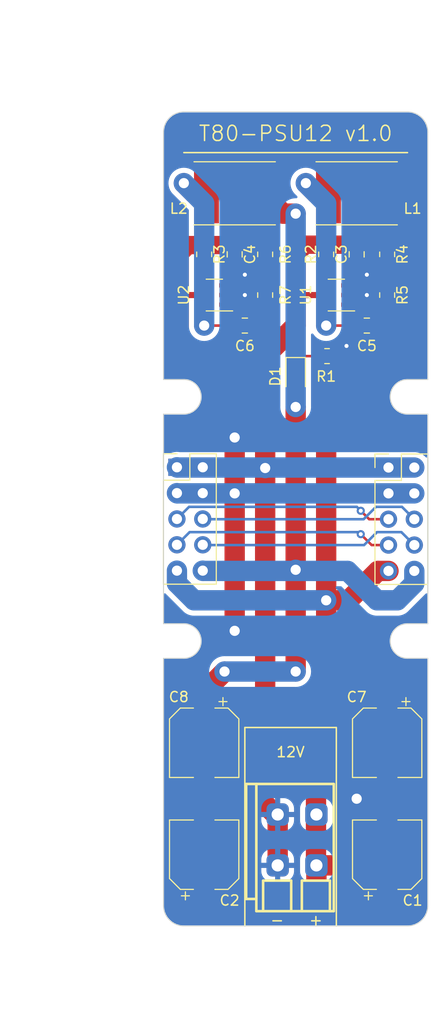
<source format=kicad_pcb>
(kicad_pcb (version 20220914) (generator pcbnew)
  (layers (0 "F.Cu" signal) (31 "B.Cu" signal) (34 "B.Paste" user) (35 "F.Paste" user) (36 "B.SilkS" user "B.Silkscreen") (37 "F.SilkS" user "F.Silkscreen") (38 "B.Mask" user) (39 "F.Mask" user) (44 "Edge.Cuts" user))
  (net 0 "")
  (net 1 "/SCL")
  (net 2 "/SDA")
  (net 3 "/RST")
  (net 4 "/IRQ")
  (net 5 "/PWR_LINE_12V")
  (net 6 "/PWR_LINE_GND")
  (net 7 "/PWR_LINE_5V")
  (net 8 "/PWR_LINE_3V3")
  (net 9 "+12V")
  (net 10 "+5V")
  (net 11 "+3V3")
  (net 12 "GND")
  (net 13 "Net-(U1-BST)")
  (net 14 "Net-(U1-LX)")
  (net 15 "Net-(U2-BST)")
  (net 16 "Net-(U2-LX)")
  (net 17 "Net-(D1-K)")
  (net 18 "Net-(U1-SHDN)")
  (net 19 "Net-(U2-SHDN)")
  (net 20 "Net-(U1-FB)")
  (net 21 "Net-(U2-FB)")
  (footprint "Capacitor_SMD:C_0805_2012Metric" (layer "F.Cu") (at 92 74 90)
    (fp_text reference "C4" (at 0 1.5 90) (layer "F.SilkS"))
    (fp_text value "100n")
    (fp_line (start -0.261252 -0.735) (end 0.261252 -0.735) (stroke (width 0.12)) (layer "F.SilkS"))
    (fp_line (start -0.261252 0.735) (end 0.261252 0.735) (stroke (width 0.12)) (layer "F.SilkS"))
    (pad "1" smd roundrect (at -0.95 0 90) (size 1 1.45) (layers "F.Cu" "F.Paste" "F.Mask") (net 12 "GND"))
    (pad "2" smd roundrect (at 0.95 0 90) (size 1 1.45) (layers "F.Cu" "F.Paste" "F.Mask") (net 9 "+12V"))
  )
  (footprint "Drake:CKCS6028" (layer "F.Cu") (at 104 68)
    (fp_text reference "L1" (at 5.5 1.5) (layer "F.SilkS"))
    (fp_text value "6.8uH")
    (fp_line (start -4 -3.1) (end 4 -3.1) (stroke (width 0.12)) (layer "F.SilkS"))
    (fp_line (start -4 3.1) (end 4 3.1) (stroke (width 0.12)) (layer "F.SilkS"))
    (pad "1" smd rect (at -2.775 0) (size 2.45 5.9) (layers "F.Cu" "F.Paste" "F.Mask") (net 14 "Net-(U1-LX)"))
    (pad "2" smd rect (at 2.775 0) (size 2.45 5.9) (layers "F.Cu" "F.Paste" "F.Mask") (net 10 "+5V"))
  )
  (footprint "Connector_PinHeader_2.54mm:PinHeader_2x05_P2.54mm_Vertical" (layer "F.Cu") (at 107.13 94.95)
    (fp_text reference "X2" hide)
    (fp_text value "~")
    (fp_line (start -1.33 -1.33) (end 0 -1.33) (stroke (width 0.12)) (layer "F.SilkS"))
    (fp_line (start -1.33 0) (end -1.33 -1.33) (stroke (width 0.12)) (layer "F.SilkS"))
    (fp_line (start -1.33 1.27) (end -1.33 11.49) (stroke (width 0.12)) (layer "F.SilkS"))
    (fp_line (start -1.33 1.27) (end 1.27 1.27) (stroke (width 0.12)) (layer "F.SilkS"))
    (fp_line (start -1.33 11.49) (end 3.87 11.49) (stroke (width 0.12)) (layer "F.SilkS"))
    (fp_line (start 1.27 -1.33) (end 3.87 -1.33) (stroke (width 0.12)) (layer "F.SilkS"))
    (fp_line (start 1.27 1.27) (end 1.27 -1.33) (stroke (width 0.12)) (layer "F.SilkS"))
    (fp_line (start 3.87 -1.33) (end 3.87 11.49) (stroke (width 0.12)) (layer "F.SilkS"))
    (pad "1" thru_hole rect locked (at 0 0) (size 1.7 1.7) (drill 1) (layers *.Cu *.Mask) (net 5 "/PWR_LINE_12V"))
    (pad "2" thru_hole oval locked (at 2.54 0) (size 1.7 1.7) (drill 1) (layers *.Cu *.Mask) (net 5 "/PWR_LINE_12V"))
    (pad "3" thru_hole oval locked (at 0 2.54) (size 1.7 1.7) (drill 1) (layers *.Cu *.Mask) (net 6 "/PWR_LINE_GND"))
    (pad "4" thru_hole oval locked (at 2.54 2.54) (size 1.7 1.7) (drill 1) (layers *.Cu *.Mask) (net 6 "/PWR_LINE_GND"))
    (pad "5" thru_hole oval locked (at 0 5.08) (size 1.7 1.7) (drill 1) (layers *.Cu *.Mask) (net 1 "/SCL"))
    (pad "6" thru_hole oval locked (at 2.54 5.08) (size 1.7 1.7) (drill 1) (layers *.Cu *.Mask) (net 2 "/SDA"))
    (pad "7" thru_hole oval locked (at 0 7.62) (size 1.7 1.7) (drill 1) (layers *.Cu *.Mask) (net 3 "/RST"))
    (pad "8" thru_hole oval locked (at 2.54 7.62) (size 1.7 1.7) (drill 1) (layers *.Cu *.Mask) (net 4 "/IRQ"))
    (pad "9" thru_hole oval locked (at 0 10.16) (size 1.7 1.7) (drill 1) (layers *.Cu *.Mask) (net 7 "/PWR_LINE_5V"))
    (pad "10" thru_hole oval locked (at 2.54 10.16) (size 1.7 1.7) (drill 1) (layers *.Cu *.Mask) (net 8 "/PWR_LINE_3V3"))
  )
  (footprint "Resistor_SMD:R_0805_2012Metric" (layer "F.Cu") (at 107 74 90)
    (fp_text reference "R4" (at 0 1.5 90) (layer "F.SilkS"))
    (fp_text value "30.9k 1%")
    (fp_line (start -0.227064 -0.735) (end 0.227064 -0.735) (stroke (width 0.12)) (layer "F.SilkS"))
    (fp_line (start -0.227064 0.735) (end 0.227064 0.735) (stroke (width 0.12)) (layer "F.SilkS"))
    (pad "1" smd roundrect (at -0.9125 0 90) (size 1.025 1.4) (layers "F.Cu" "F.Paste" "F.Mask") (roundrect_rratio 0.243902) (net 20 "Net-(U1-FB)"))
    (pad "2" smd roundrect (at 0.9125 0 90) (size 1.025 1.4) (layers "F.Cu" "F.Paste" "F.Mask") (roundrect_rratio 0.243902) (net 10 "+5V"))
  )
  (footprint "Connector_PinHeader_2.54mm:PinHeader_2x05_P2.54mm_Vertical" (layer "F.Cu") (at 86.32 94.925)
    (fp_text reference "X1" hide)
    (fp_text value "~")
    (fp_line (start -1.33 -1.33) (end 0 -1.33) (stroke (width 0.12)) (layer "F.SilkS"))
    (fp_line (start -1.33 0) (end -1.33 -1.33) (stroke (width 0.12)) (layer "F.SilkS"))
    (fp_line (start -1.33 1.27) (end -1.33 11.49) (stroke (width 0.12)) (layer "F.SilkS"))
    (fp_line (start -1.33 1.27) (end 1.27 1.27) (stroke (width 0.12)) (layer "F.SilkS"))
    (fp_line (start -1.33 11.49) (end 3.87 11.49) (stroke (width 0.12)) (layer "F.SilkS"))
    (fp_line (start 1.27 -1.33) (end 3.87 -1.33) (stroke (width 0.12)) (layer "F.SilkS"))
    (fp_line (start 1.27 1.27) (end 1.27 -1.33) (stroke (width 0.12)) (layer "F.SilkS"))
    (fp_line (start 3.87 -1.33) (end 3.87 11.49) (stroke (width 0.12)) (layer "F.SilkS"))
    (pad "1" thru_hole rect locked (at 0 0) (size 1.7 1.7) (drill 1) (layers *.Cu *.Mask) (net 5 "/PWR_LINE_12V"))
    (pad "2" thru_hole oval locked (at 2.54 0) (size 1.7 1.7) (drill 1) (layers *.Cu *.Mask) (net 5 "/PWR_LINE_12V"))
    (pad "3" thru_hole oval locked (at 0 2.54) (size 1.7 1.7) (drill 1) (layers *.Cu *.Mask) (net 6 "/PWR_LINE_GND"))
    (pad "4" thru_hole oval locked (at 2.54 2.54) (size 1.7 1.7) (drill 1) (layers *.Cu *.Mask) (net 6 "/PWR_LINE_GND"))
    (pad "5" thru_hole oval locked (at 0 5.08) (size 1.7 1.7) (drill 1) (layers *.Cu *.Mask) (net 1 "/SCL"))
    (pad "6" thru_hole oval locked (at 2.54 5.08) (size 1.7 1.7) (drill 1) (layers *.Cu *.Mask) (net 2 "/SDA"))
    (pad "7" thru_hole oval locked (at 0 7.62) (size 1.7 1.7) (drill 1) (layers *.Cu *.Mask) (net 3 "/RST"))
    (pad "8" thru_hole oval locked (at 2.54 7.62) (size 1.7 1.7) (drill 1) (layers *.Cu *.Mask) (net 4 "/IRQ"))
    (pad "9" thru_hole oval locked (at 0 10.16) (size 1.7 1.7) (drill 1) (layers *.Cu *.Mask) (net 7 "/PWR_LINE_5V"))
    (pad "10" thru_hole oval locked (at 2.54 10.16) (size 1.7 1.7) (drill 1) (layers *.Cu *.Mask) (net 8 "/PWR_LINE_3V3"))
  )
  (footprint "Capacitor_SMD:C_0805_2012Metric" (layer "F.Cu") (at 93 81 180)
    (fp_text reference "C6" (at 0 -2) (layer "F.SilkS"))
    (fp_text value "100n")
    (fp_line (start -0.261252 -0.735) (end 0.261252 -0.735) (stroke (width 0.12)) (layer "F.SilkS"))
    (fp_line (start -0.261252 0.735) (end 0.261252 0.735) (stroke (width 0.12)) (layer "F.SilkS"))
    (pad "1" smd roundrect (at -0.95 0 180) (size 1 1.45) (layers "F.Cu" "F.Paste" "F.Mask") (net 15 "Net-(U2-BST)"))
    (pad "2" smd roundrect (at 0.95 0 180) (size 1 1.45) (layers "F.Cu" "F.Paste" "F.Mask") (net 16 "Net-(U2-LX)"))
  )
  (footprint "Resistor_SMD:R_0805_2012Metric" (layer "F.Cu") (at 89 74 90)
    (fp_text reference "R3" (at 0 1.5 90) (layer "F.SilkS"))
    (fp_text value "100k")
    (fp_line (start -0.227064 -0.735) (end 0.227064 -0.735) (stroke (width 0.12)) (layer "F.SilkS"))
    (fp_line (start -0.227064 0.735) (end 0.227064 0.735) (stroke (width 0.12)) (layer "F.SilkS"))
    (pad "1" smd roundrect (at -0.9125 0 90) (size 1.025 1.4) (layers "F.Cu" "F.Paste" "F.Mask") (roundrect_rratio 0.243902) (net 19 "Net-(U2-SHDN)"))
    (pad "2" smd roundrect (at 0.9125 0 90) (size 1.025 1.4) (layers "F.Cu" "F.Paste" "F.Mask") (roundrect_rratio 0.243902) (net 9 "+12V"))
  )
  (footprint "Resistor_SMD:R_0805_2012Metric" (layer "F.Cu") (at 95 78 90)
    (fp_text reference "R7" (at 0 2 90) (layer "F.SilkS"))
    (fp_text value "6.65k 1%")
    (fp_line (start -0.227064 -0.735) (end 0.227064 -0.735) (stroke (width 0.12)) (layer "F.SilkS"))
    (fp_line (start -0.227064 0.735) (end 0.227064 0.735) (stroke (width 0.12)) (layer "F.SilkS"))
    (pad "1" smd roundrect (at -0.9125 0 90) (size 1.025 1.4) (layers "F.Cu" "F.Paste" "F.Mask") (roundrect_rratio 0.243902) (net 12 "GND"))
    (pad "2" smd roundrect (at 0.9125 0 90) (size 1.025 1.4) (layers "F.Cu" "F.Paste" "F.Mask") (roundrect_rratio 0.243902) (net 21 "Net-(U2-FB)"))
  )
  (footprint "Resistor_SMD:R_0805_2012Metric" (layer "F.Cu") (at 101.0875 84)
    (fp_text reference "R1" (at -0.0875 2) (layer "F.SilkS"))
    (fp_text value "1k5")
    (fp_line (start -0.227064 -0.735) (end 0.227064 -0.735) (stroke (width 0.12)) (layer "F.SilkS"))
    (fp_line (start -0.227064 0.735) (end 0.227064 0.735) (stroke (width 0.12)) (layer "F.SilkS"))
    (pad "1" smd roundrect (at -0.9125 0) (size 1.025 1.4) (layers "F.Cu" "F.Paste" "F.Mask") (roundrect_rratio 0.243902) (net 17 "Net-(D1-K)"))
    (pad "2" smd roundrect (at 0.9125 0) (size 1.025 1.4) (layers "F.Cu" "F.Paste" "F.Mask") (roundrect_rratio 0.243902) (net 12 "GND"))
  )
  (footprint "t80:NetTie-2mm-T80" (layer "F.Cu") (at 98 105 90)
    (fp_text reference "NT3" hide)
    (fp_text value "NetTie_2")
    (pad "1" smd circle (at 0 0 90) (size 2 2) (layers "F.Cu") (net 8 "/PWR_LINE_3V3"))
    (pad "2" smd circle (at 0 0 90) (size 2 2) (layers "F.Cu") (net 11 "+3V3"))
  )
  (footprint "Drake:CKCS6028" (layer "F.Cu") (at 92 68)
    (fp_text reference "L2" (at -5.5 1.5) (layer "F.SilkS"))
    (fp_text value "6.8uH")
    (fp_line (start -4 -3.1) (end 4 -3.1) (stroke (width 0.12)) (layer "F.SilkS"))
    (fp_line (start -4 3.1) (end 4 3.1) (stroke (width 0.12)) (layer "F.SilkS"))
    (pad "1" smd rect (at -2.775 0) (size 2.45 5.9) (layers "F.Cu" "F.Paste" "F.Mask") (net 16 "Net-(U2-LX)"))
    (pad "2" smd rect (at 2.775 0) (size 2.45 5.9) (layers "F.Cu" "F.Paste" "F.Mask") (net 11 "+3V3"))
  )
  (footprint "Capacitor_SMD:C_0805_2012Metric" (layer "F.Cu") (at 105 81 180)
    (fp_text reference "C5" (at 0 -2) (layer "F.SilkS"))
    (fp_text value "100n")
    (fp_line (start -0.261252 -0.735) (end 0.261252 -0.735) (stroke (width 0.12)) (layer "F.SilkS"))
    (fp_line (start -0.261252 0.735) (end 0.261252 0.735) (stroke (width 0.12)) (layer "F.SilkS"))
    (pad "1" smd roundrect (at -0.95 0 180) (size 1 1.45) (layers "F.Cu" "F.Paste" "F.Mask") (net 13 "Net-(U1-BST)"))
    (pad "2" smd roundrect (at 0.95 0 180) (size 1 1.45) (layers "F.Cu" "F.Paste" "F.Mask") (net 14 "Net-(U1-LX)"))
  )
  (footprint "t80:NetTie-2mm-T80" (layer "F.Cu") (at 95 95 90)
    (fp_text reference "NT1" hide)
    (fp_text value "NetTie_2")
    (pad "1" smd circle (at 0 0 90) (size 2 2) (layers "F.Cu") (net 5 "/PWR_LINE_12V"))
    (pad "2" smd circle (at 0 0 90) (size 2 2) (layers "F.Cu") (net 9 "+12V"))
  )
  (footprint "Capacitor_SMD:C_0805_2012Metric" (layer "F.Cu") (at 104 74 90)
    (fp_text reference "C3" (at 0 -1.5 90) (layer "F.SilkS"))
    (fp_text value "100n")
    (fp_line (start -0.261252 -0.735) (end 0.261252 -0.735) (stroke (width 0.12)) (layer "F.SilkS"))
    (fp_line (start -0.261252 0.735) (end 0.261252 0.735) (stroke (width 0.12)) (layer "F.SilkS"))
    (pad "1" smd roundrect (at -0.95 0 90) (size 1 1.45) (layers "F.Cu" "F.Paste" "F.Mask") (net 12 "GND"))
    (pad "2" smd roundrect (at 0.95 0 90) (size 1 1.45) (layers "F.Cu" "F.Paste" "F.Mask") (net 9 "+12V"))
  )
  (footprint "t80:NetTie-2mm-T80" (layer "F.Cu") (at 92 97.5 90)
    (fp_text reference "NT4" hide)
    (fp_text value "NetTie_2")
    (pad "1" smd circle (at 0 0 90) (size 2 2) (layers "F.Cu") (net 6 "/PWR_LINE_GND"))
    (pad "2" smd circle (at 0 0 90) (size 2 2) (layers "F.Cu") (net 12 "GND"))
  )
  (footprint "Resistor_SMD:R_0805_2012Metric" (layer "F.Cu") (at 101 74 90)
    (fp_text reference "R2" (at 0 -1.5 90) (layer "F.SilkS"))
    (fp_text value "100k")
    (fp_line (start -0.227064 -0.735) (end 0.227064 -0.735) (stroke (width 0.12)) (layer "F.SilkS"))
    (fp_line (start -0.227064 0.735) (end 0.227064 0.735) (stroke (width 0.12)) (layer "F.SilkS"))
    (pad "1" smd roundrect (at -0.9125 0 90) (size 1.025 1.4) (layers "F.Cu" "F.Paste" "F.Mask") (roundrect_rratio 0.243902) (net 18 "Net-(U1-SHDN)"))
    (pad "2" smd roundrect (at 0.9125 0 90) (size 1.025 1.4) (layers "F.Cu" "F.Paste" "F.Mask") (roundrect_rratio 0.243902) (net 9 "+12V"))
  )
  (footprint "Resistor_SMD:R_0805_2012Metric" (layer "F.Cu") (at 95 74 90)
    (fp_text reference "R6" (at 0 2 90) (layer "F.SilkS"))
    (fp_text value "30k 1%")
    (fp_line (start -0.227064 -0.735) (end 0.227064 -0.735) (stroke (width 0.12)) (layer "F.SilkS"))
    (fp_line (start -0.227064 0.735) (end 0.227064 0.735) (stroke (width 0.12)) (layer "F.SilkS"))
    (pad "1" smd roundrect (at -0.9125 0 90) (size 1.025 1.4) (layers "F.Cu" "F.Paste" "F.Mask") (roundrect_rratio 0.243902) (net 21 "Net-(U2-FB)"))
    (pad "2" smd roundrect (at 0.9125 0 90) (size 1.025 1.4) (layers "F.Cu" "F.Paste" "F.Mask") (roundrect_rratio 0.243902) (net 11 "+3V3"))
  )
  (footprint "Package_TO_SOT_SMD:SOT-23-6" (layer "F.Cu") (at 90 78 180)
    (fp_text reference "U2" (at 3 0 90) (layer "F.SilkS"))
    (fp_text value "FR8205")
    (fp_line (start 0 -1.56) (end -1.8 -1.56) (stroke (width 0.12)) (layer "F.SilkS"))
    (fp_line (start 0 -1.56) (end 0.8 -1.56) (stroke (width 0.12)) (layer "F.SilkS"))
    (fp_line (start 0 1.56) (end -0.8 1.56) (stroke (width 0.12)) (layer "F.SilkS"))
    (fp_line (start 0 1.56) (end 0.8 1.56) (stroke (width 0.12)) (layer "F.SilkS"))
    (pad "1" smd roundrect (at -1.1375 -0.95 180) (size 1.325 0.6) (layers "F.Cu" "F.Paste" "F.Mask") (net 15 "Net-(U2-BST)"))
    (pad "2" smd roundrect (at -1.1375 0 180) (size 1.325 0.6) (layers "F.Cu" "F.Paste" "F.Mask") (net 12 "GND"))
    (pad "3" smd roundrect (at -1.1375 0.95 180) (size 1.325 0.6) (layers "F.Cu" "F.Paste" "F.Mask") (net 21 "Net-(U2-FB)"))
    (pad "4" smd roundrect (at 1.1375 0.95 180) (size 1.325 0.6) (layers "F.Cu" "F.Paste" "F.Mask") (net 19 "Net-(U2-SHDN)"))
    (pad "5" smd roundrect (at 1.1375 0 180) (size 1.325 0.6) (layers "F.Cu" "F.Paste" "F.Mask") (net 9 "+12V"))
    (pad "6" smd roundrect (at 1.1375 -0.95 180) (size 1.325 0.6) (layers "F.Cu" "F.Paste" "F.Mask") (net 16 "Net-(U2-LX)"))
  )
  (footprint "Capacitor_SMD:CP_Elec_6.3x5.4" (layer "F.Cu") (at 89 133 90)
    (fp_text reference "C2" (at -4.5 2.5 180) (layer "F.SilkS"))
    (fp_text value "100u/12V")
    (fp_line (start -4.4375 -1.8475) (end -3.65 -1.8475) (stroke (width 0.12)) (layer "F.SilkS"))
    (fp_line (start -4.04375 -2.24125) (end -4.04375 -1.45375) (stroke (width 0.12)) (layer "F.SilkS"))
    (fp_line (start -3.41 -2.345563) (end -3.41 -1.06) (stroke (width 0.12)) (layer "F.SilkS"))
    (fp_line (start -3.41 -2.345563) (end -2.345563 -3.41) (stroke (width 0.12)) (layer "F.SilkS"))
    (fp_line (start -3.41 2.345563) (end -3.41 1.06) (stroke (width 0.12)) (layer "F.SilkS"))
    (fp_line (start -3.41 2.345563) (end -2.345563 3.41) (stroke (width 0.12)) (layer "F.SilkS"))
    (fp_line (start -2.345563 -3.41) (end 3.41 -3.41) (stroke (width 0.12)) (layer "F.SilkS"))
    (fp_line (start -2.345563 3.41) (end 3.41 3.41) (stroke (width 0.12)) (layer "F.SilkS"))
    (fp_line (start 3.41 -3.41) (end 3.41 -1.06) (stroke (width 0.12)) (layer "F.SilkS"))
    (fp_line (start 3.41 3.41) (end 3.41 1.06) (stroke (width 0.12)) (layer "F.SilkS"))
    (pad "1" smd roundrect (at -2.8 0 90) (size 3.5 1.6) (layers "F.Cu" "F.Paste" "F.Mask") (roundrect_rratio 0.15625) (net 9 "+12V"))
    (pad "2" smd roundrect (at 2.8 0 90) (size 3.5 1.6) (layers "F.Cu" "F.Paste" "F.Mask") (roundrect_rratio 0.15625) (net 12 "GND"))
  )
  (footprint "Drake:DG235-3.81-02P" (layer "F.Cu") (at 96.23 129.049999)
    (fp_text reference "J1" hide)
    (fp_text value "Conn_01x02_Female")
    (fp_line (start -3.1 -3) (end -3.099999 8.301751) (stroke (width 0.254)) (layer "F.SilkS"))
    (fp_line (start -3.1 -3) (end -2.1 -3) (stroke (width 0.254)) (layer "F.SilkS"))
    (fp_line (start -3.099999 8.301751) (end -2.1 8.301751) (stroke (width 0.254)) (layer "F.SilkS"))
    (fp_line (start -2.1 -3) (end -2.1 8.301751) (stroke (width 0.254)) (layer "F.SilkS"))
    (fp_line (start -2.1 -3) (end -2.1 9.5) (stroke (width 0.254)) (layer "F.SilkS"))
    (fp_line (start -2.1 -3) (end 5.52 -3) (stroke (width 0.254)) (layer "F.SilkS"))
    (fp_line (start -2.1 9.5) (end 5.52 9.499999) (stroke (width 0.254)) (layer "F.SilkS"))
    (fp_line (start -1.432999 9.5) (end -1.432999 6.5) (stroke (width 0.254)) (layer "F.SilkS"))
    (fp_line (start 1.329 6.5) (end -1.432999 6.5) (stroke (width 0.254)) (layer "F.SilkS"))
    (fp_line (start 1.329 9.5) (end 1.329 6.5) (stroke (width 0.254)) (layer "F.SilkS"))
    (fp_line (start 2.377 9.5) (end 2.377 6.5) (stroke (width 0.254)) (layer "F.SilkS"))
    (fp_line (start 5.139 6.5) (end 2.377 6.5) (stroke (width 0.254)) (layer "F.SilkS"))
    (fp_line (start 5.139 9.5) (end 5.139 6.5) (stroke (width 0.254)) (layer "F.SilkS"))
    (fp_line (start 5.52 -3) (end 5.52 9.499999) (stroke (width 0.254)) (layer "F.SilkS"))
    (pad "1" thru_hole roundrect locked (at 0 0) (size 2.2 2.2) (drill 1.2) (layers *.Cu *.Mask) (net 12 "GND"))
    (pad "1" thru_hole roundrect locked (at 0 5) (size 2.2 2.2) (drill 1.2) (layers *.Cu *.Mask) (net 12 "GND"))
    (pad "2" thru_hole roundrect locked (at 3.81 0) (size 2.2 2.2) (drill 1.2) (layers *.Cu *.Mask) (net 9 "+12V"))
    (pad "2" thru_hole roundrect locked (at 3.81 5) (size 2.2 2.2) (drill 1.2) (layers *.Cu *.Mask) (net 9 "+12V"))
  )
  (footprint "Resistor_SMD:R_0805_2012Metric" (layer "F.Cu") (at 107 78 90)
    (fp_text reference "R5" (at 0 1.5 90) (layer "F.SilkS"))
    (fp_text value "4.22k 1%")
    (fp_line (start -0.227064 -0.735) (end 0.227064 -0.735) (stroke (width 0.12)) (layer "F.SilkS"))
    (fp_line (start -0.227064 0.735) (end 0.227064 0.735) (stroke (width 0.12)) (layer "F.SilkS"))
    (pad "1" smd roundrect (at -0.9125 0 90) (size 1.025 1.4) (layers "F.Cu" "F.Paste" "F.Mask") (roundrect_rratio 0.243902) (net 12 "GND"))
    (pad "2" smd roundrect (at 0.9125 0 90) (size 1.025 1.4) (layers "F.Cu" "F.Paste" "F.Mask") (roundrect_rratio 0.243902) (net 20 "Net-(U1-FB)"))
  )
  (footprint "Package_TO_SOT_SMD:SOT-23-6" (layer "F.Cu") (at 102 78 180)
    (fp_text reference "U1" (at 3 0 90) (layer "F.SilkS"))
    (fp_text value "FR8205")
    (fp_line (start 0 -1.56) (end -1.8 -1.56) (stroke (width 0.12)) (layer "F.SilkS"))
    (fp_line (start 0 -1.56) (end 0.8 -1.56) (stroke (width 0.12)) (layer "F.SilkS"))
    (fp_line (start 0 1.56) (end -0.8 1.56) (stroke (width 0.12)) (layer "F.SilkS"))
    (fp_line (start 0 1.56) (end 0.8 1.56) (stroke (width 0.12)) (layer "F.SilkS"))
    (pad "1" smd roundrect (at -1.1375 -0.95 180) (size 1.325 0.6) (layers "F.Cu" "F.Paste" "F.Mask") (net 13 "Net-(U1-BST)"))
    (pad "2" smd roundrect (at -1.1375 0 180) (size 1.325 0.6) (layers "F.Cu" "F.Paste" "F.Mask") (net 12 "GND"))
    (pad "3" smd roundrect (at -1.1375 0.95 180) (size 1.325 0.6) (layers "F.Cu" "F.Paste" "F.Mask") (net 20 "Net-(U1-FB)"))
    (pad "4" smd roundrect (at 1.1375 0.95 180) (size 1.325 0.6) (layers "F.Cu" "F.Paste" "F.Mask") (net 18 "Net-(U1-SHDN)"))
    (pad "5" smd roundrect (at 1.1375 0 180) (size 1.325 0.6) (layers "F.Cu" "F.Paste" "F.Mask") (net 9 "+12V"))
    (pad "6" smd roundrect (at 1.1375 -0.95 180) (size 1.325 0.6) (layers "F.Cu" "F.Paste" "F.Mask") (net 14 "Net-(U1-LX)"))
  )
  (footprint "Capacitor_SMD:CP_Elec_6.3x5.4" (layer "F.Cu") (at 107 122 -90)
    (fp_text reference "C7" (at -4.5 3 -180) (layer "F.SilkS"))
    (fp_text value "100u/12V")
    (fp_line (start -4.4375 -1.8475) (end -3.65 -1.8475) (stroke (width 0.12)) (layer "F.SilkS"))
    (fp_line (start -4.04375 -2.24125) (end -4.04375 -1.45375) (stroke (width 0.12)) (layer "F.SilkS"))
    (fp_line (start -3.41 -2.345563) (end -3.41 -1.06) (stroke (width 0.12)) (layer "F.SilkS"))
    (fp_line (start -3.41 -2.345563) (end -2.345563 -3.41) (stroke (width 0.12)) (layer "F.SilkS"))
    (fp_line (start -3.41 2.345563) (end -3.41 1.06) (stroke (width 0.12)) (layer "F.SilkS"))
    (fp_line (start -3.41 2.345563) (end -2.345563 3.41) (stroke (width 0.12)) (layer "F.SilkS"))
    (fp_line (start -2.345563 -3.41) (end 3.41 -3.41) (stroke (width 0.12)) (layer "F.SilkS"))
    (fp_line (start -2.345563 3.41) (end 3.41 3.41) (stroke (width 0.12)) (layer "F.SilkS"))
    (fp_line (start 3.41 -3.41) (end 3.41 -1.06) (stroke (width 0.12)) (layer "F.SilkS"))
    (fp_line (start 3.41 3.41) (end 3.41 1.06) (stroke (width 0.12)) (layer "F.SilkS"))
    (pad "1" smd roundrect (at -2.8 0 270) (size 3.5 1.6) (layers "F.Cu" "F.Paste" "F.Mask") (roundrect_rratio 0.15625) (net 10 "+5V"))
    (pad "2" smd roundrect (at 2.8 0 270) (size 3.5 1.6) (layers "F.Cu" "F.Paste" "F.Mask") (roundrect_rratio 0.15625) (net 12 "GND"))
  )
  (footprint "Capacitor_SMD:CP_Elec_6.3x5.4" (layer "F.Cu") (at 89 122 -90)
    (fp_text reference "C8" (at -4.5 2.5 -180) (layer "F.SilkS"))
    (fp_text value "100u/12V")
    (fp_line (start -4.4375 -1.8475) (end -3.65 -1.8475) (stroke (width 0.12)) (layer "F.SilkS"))
    (fp_line (start -4.04375 -2.24125) (end -4.04375 -1.45375) (stroke (width 0.12)) (layer "F.SilkS"))
    (fp_line (start -3.41 -2.345563) (end -3.41 -1.06) (stroke (width 0.12)) (layer "F.SilkS"))
    (fp_line (start -3.41 -2.345563) (end -2.345563 -3.41) (stroke (width 0.12)) (layer "F.SilkS"))
    (fp_line (start -3.41 2.345563) (end -3.41 1.06) (stroke (width 0.12)) (layer "F.SilkS"))
    (fp_line (start -3.41 2.345563) (end -2.345563 3.41) (stroke (width 0.12)) (layer "F.SilkS"))
    (fp_line (start -2.345563 -3.41) (end 3.41 -3.41) (stroke (width 0.12)) (layer "F.SilkS"))
    (fp_line (start -2.345563 3.41) (end 3.41 3.41) (stroke (width 0.12)) (layer "F.SilkS"))
    (fp_line (start 3.41 -3.41) (end 3.41 -1.06) (stroke (width 0.12)) (layer "F.SilkS"))
    (fp_line (start 3.41 3.41) (end 3.41 1.06) (stroke (width 0.12)) (layer "F.SilkS"))
    (pad "1" smd roundrect (at -2.8 0 270) (size 3.5 1.6) (layers "F.Cu" "F.Paste" "F.Mask") (roundrect_rratio 0.15625) (net 11 "+3V3"))
    (pad "2" smd roundrect (at 2.8 0 270) (size 3.5 1.6) (layers "F.Cu" "F.Paste" "F.Mask") (roundrect_rratio 0.15625) (net 12 "GND"))
  )
  (footprint "t80:NetTie-2mm-T80" (layer "F.Cu") (at 92 97.5 -90)
    (fp_text reference "NT5" hide)
    (fp_text value "NetTie_2")
    (pad "1" smd circle (at 0 0 270) (size 2 2) (layers "F.Cu") (net 6 "/PWR_LINE_GND"))
    (pad "2" smd circle (at 0 0 270) (size 2 2) (layers "F.Cu") (net 12 "GND"))
  )
  (footprint "t80:NetTie-2mm-T80" (layer "F.Cu") (at 101 108 90)
    (fp_text reference "NT2" hide)
    (fp_text value "NetTie_2")
    (pad "1" smd circle (at 0 0 90) (size 2 2) (layers "F.Cu") (net 7 "/PWR_LINE_5V"))
    (pad "2" smd circle (at 0 0 90) (size 2 2) (layers "F.Cu") (net 10 "+5V"))
  )
  (footprint "Capacitor_SMD:CP_Elec_6.3x5.4" (layer "F.Cu") (at 107 133 90)
    (fp_text reference "C1" (at -4.5 2.5 180) (layer "F.SilkS"))
    (fp_text value "100u/12V")
    (fp_line (start -4.4375 -1.8475) (end -3.65 -1.8475) (stroke (width 0.12)) (layer "F.SilkS"))
    (fp_line (start -4.04375 -2.24125) (end -4.04375 -1.45375) (stroke (width 0.12)) (layer "F.SilkS"))
    (fp_line (start -3.41 -2.345563) (end -3.41 -1.06) (stroke (width 0.12)) (layer "F.SilkS"))
    (fp_line (start -3.41 -2.345563) (end -2.345563 -3.41) (stroke (width 0.12)) (layer "F.SilkS"))
    (fp_line (start -3.41 2.345563) (end -3.41 1.06) (stroke (width 0.12)) (layer "F.SilkS"))
    (fp_line (start -3.41 2.345563) (end -2.345563 3.41) (stroke (width 0.12)) (layer "F.SilkS"))
    (fp_line (start -2.345563 -3.41) (end 3.41 -3.41) (stroke (width 0.12)) (layer "F.SilkS"))
    (fp_line (start -2.345563 3.41) (end 3.41 3.41) (stroke (width 0.12)) (layer "F.SilkS"))
    (fp_line (start 3.41 -3.41) (end 3.41 -1.06) (stroke (width 0.12)) (layer "F.SilkS"))
    (fp_line (start 3.41 3.41) (end 3.41 1.06) (stroke (width 0.12)) (layer "F.SilkS"))
    (pad "1" smd roundrect (at -2.8 0 90) (size 3.5 1.6) (layers "F.Cu" "F.Paste" "F.Mask") (roundrect_rratio 0.15625) (net 9 "+12V"))
    (pad "2" smd roundrect (at 2.8 0 90) (size 3.5 1.6) (layers "F.Cu" "F.Paste" "F.Mask") (roundrect_rratio 0.15625) (net 12 "GND"))
  )
  (footprint "LED_SMD:LED_0805_2012Metric_Pad1.15x1.40mm_HandSolder" (layer "F.Cu") (at 98 86 -90)
    (fp_text reference "D1" (at 0 2 -270) (layer "F.SilkS"))
    (fp_text value "WHITE")
    (fp_line (start -1.86 -0.96) (end -1.86 0.96) (stroke (width 0.12)) (layer "F.SilkS"))
    (fp_line (start -1.86 0.96) (end 1 0.96) (stroke (width 0.12)) (layer "F.SilkS"))
    (fp_line (start 1 -0.96) (end -1.86 -0.96) (stroke (width 0.12)) (layer "F.SilkS"))
    (pad "1" smd roundrect (at -1.025 0 270) (size 1.15 1.4) (layers "F.Cu" "F.Paste" "F.Mask") (roundrect_rratio 0.217391) (net 17 "Net-(D1-K)"))
    (pad "2" smd roundrect (at 1.025 0 270) (size 1.15 1.4) (layers "F.Cu" "F.Paste" "F.Mask") (roundrect_rratio 0.217391) (net 11 "+3V3"))
  )
  (gr_line (start 93 120.5) (end 93 140) (stroke (width 0.15)) (layer "F.SilkS"))
  (gr_line (start 99.988 139.911) (end 99.988 139.089) (stroke (width 0.15)) (layer "F.SilkS"))
  (gr_line (start 102 120.5) (end 102 140) (stroke (width 0.15)) (layer "F.SilkS"))
  (gr_line (start 99.577 139.5) (end 100.399 139.5) (stroke (width 0.15)) (layer "F.SilkS"))
  (gr_line locked (start 109 64) (end 87 64) (stroke (width 0.15)) (layer "F.SilkS"))
  (gr_line (start 93 120.5) (end 102 120.5) (stroke (width 0.15)) (layer "F.SilkS"))
  (gr_line (start 95.767 139.5) (end 96.589 139.5) (stroke (width 0.15)) (layer "F.SilkS"))
  (gr_line (start 87 86.3) (end 85 86.3) (stroke (width 0.1)) (layer "Edge.Cuts"))
  (gr_line (start 85 62) (end 85 86.3) (stroke (width 0.1)) (layer "Edge.Cuts"))
  (gr_line (start 109 86.3) (end 111 86.3) (stroke (width 0.1)) (layer "Edge.Cuts"))
  (gr_line (start 111 62) (end 111 86.3) (stroke (width 0.1)) (layer "Edge.Cuts"))
  (gr_line (start 109 110.3) (end 111 110.3) (stroke (width 0.1)) (layer "Edge.Cuts"))
  (gr_line (start 87 113.7) (end 85 113.7) (stroke (width 0.1)) (layer "Edge.Cuts"))
  (gr_line (start 111 113.7) (end 111 138) (stroke (width 0.1)) (layer "Edge.Cuts"))
  (gr_arc (start 109 60) (mid 110.414214 60.585786) (end 111 62) (stroke (width 0.1)) (layer "Edge.Cuts"))
  (gr_arc (start 85 62) (mid 85.585786 60.585786) (end 87 60) (stroke (width 0.1)) (layer "Edge.Cuts"))
  (gr_line (start 109 89.7) (end 111 89.7) (stroke (width 0.1)) (layer "Edge.Cuts"))
  (gr_line (start 111 89.7) (end 111 110.3) (stroke (width 0.1)) (layer "Edge.Cuts"))
  (gr_line (start 109 113.7) (end 111 113.7) (stroke (width 0.1)) (layer "Edge.Cuts"))
  (gr_line (start 87 110.3) (end 85 110.3) (stroke (width 0.1)) (layer "Edge.Cuts"))
  (gr_line (start 87 140) (end 109 140) (stroke (width 0.1)) (layer "Edge.Cuts"))
  (gr_arc (start 87 110.3) (mid 88.7 112) (end 87 113.7) (stroke (width 0.1)) (layer "Edge.Cuts"))
  (gr_arc (start 87 140) (mid 85.585786 139.414214) (end 85 138) (stroke (width 0.1)) (layer "Edge.Cuts"))
  (gr_arc (start 109 113.7) (mid 107.3 112) (end 109 110.3) (stroke (width 0.1)) (layer "Edge.Cuts"))
  (gr_line (start 85 113.7) (end 85 138) (stroke (width 0.1)) (layer "Edge.Cuts"))
  (gr_arc (start 109 89.7) (mid 107.3 88) (end 109 86.3) (stroke (width 0.1)) (layer "Edge.Cuts"))
  (gr_line (start 87 89.7) (end 85 89.7) (stroke (width 0.1)) (layer "Edge.Cuts"))
  (gr_arc (start 87 86.3) (mid 88.7 88) (end 87 89.7) (stroke (width 0.1)) (layer "Edge.Cuts"))
  (gr_line (start 85 89.7) (end 85 110.3) (stroke (width 0.1)) (layer "Edge.Cuts"))
  (gr_line (start 87 60) (end 109 60) (stroke (width 0.1)) (layer "Edge.Cuts"))
  (gr_arc (start 111 138) (mid 110.414214 139.414214) (end 109 140) (stroke (width 0.1)) (layer "Edge.Cuts"))
  (gr_text "12V" (at 97.5 123.5) (layer "F.SilkS") (effects (font (size 1 1)) (justify bottom)))
  (gr_text locked "T80-PSU12 v1.0" (at 98 63) (layer "F.SilkS") (effects (font (size 1.5 1.5)) (justify bottom)))
  (segment (start 104.4 99.2) (end 105.23 100.03) (width 0.25) (layer "F.Cu") (net 1))
  (segment (start 105.23 100.03) (end 107.13 100.03) (width 0.25) (layer "F.Cu") (net 1))
  (via (at 104.4 99.2) (size 0.8) (drill 0.4) (layers "F.Cu" "B.Cu") (net 1))
  (segment (start 86.32 100.005) (end 87.51 98.815) (width 0.25) (layer "B.Cu") (net 1))
  (segment (start 104.015 98.815) (end 104.4 99.2) (width 0.25) (layer "B.Cu") (net 1))
  (segment (start 87.51 98.815) (end 104.015 98.815) (width 0.25) (layer "B.Cu") (net 1))
  (segment (start 108.455 98.815) (end 109.67 100.03) (width 0.25) (layer "B.Cu") (net 2))
  (segment (start 88.86 100.005) (end 88.885 100.03) (width 0.25) (layer "B.Cu") (net 2))
  (segment (start 105.9 98.815) (end 108.455 98.815) (width 0.25) (layer "B.Cu") (net 2))
  (segment (start 88.885 100.03) (end 104.685 100.03) (width 0.25) (layer "B.Cu") (net 2))
  (segment (start 104.685 100.03) (end 105.9 98.815) (width 0.25) (layer "B.Cu") (net 2))
  (segment (start 104.4 101.5) (end 105.47 102.57) (width 0.25) (layer "F.Cu") (net 3))
  (segment (start 105.47 102.57) (end 107.13 102.57) (width 0.25) (layer "F.Cu") (net 3))
  (via (at 104.4 101.5) (size 0.8) (drill 0.4) (layers "F.Cu" "B.Cu") (net 3))
  (segment (start 104.4 101.5) (end 104.2 101.3) (width 0.25) (layer "B.Cu") (net 3))
  (segment (start 104.2 101.3) (end 87.565 101.3) (width 0.25) (layer "B.Cu") (net 3))
  (segment (start 87.565 101.3) (end 86.32 102.545) (width 0.25) (layer "B.Cu") (net 3))
  (segment (start 88.86 102.545) (end 88.885 102.57) (width 0.25) (layer "B.Cu") (net 4))
  (segment (start 88.885 102.57) (end 104.73 102.57) (width 0.25) (layer "B.Cu") (net 4))
  (segment (start 104.73 102.57) (end 106 101.3) (width 0.25) (layer "B.Cu") (net 4))
  (segment (start 108.4 101.3) (end 109.67 102.57) (width 0.25) (layer "B.Cu") (net 4))
  (segment (start 106 101.3) (end 108.4 101.3) (width 0.25) (layer "B.Cu") (net 4))
  (via (at 95 95) (size 2) (drill 1) (layers "F.Cu" "B.Cu") (net 5))
  (segment (start 109.67 94.95) (end 86.345 94.95) (width 2) (layer "B.Cu") (net 5))
  (segment (start 86.345 94.95) (end 86.32 94.925) (width 2) (layer "B.Cu") (net 5))
  (via (at 92 97.49) (size 2) (drill 1) (layers "F.Cu" "B.Cu") (net 6))
  (segment (start 86.345 97.49) (end 86.32 97.465) (width 2) (layer "B.Cu") (net 6))
  (segment (start 109.67 97.49) (end 86.345 97.49) (width 2) (layer "B.Cu") (net 6))
  (segment (start 103.2 108) (end 101 108) (width 2) (layer "F.Cu") (net 7))
  (segment (start 106.09 105.11) (end 103.2 108) (width 2) (layer "F.Cu") (net 7))
  (segment (start 107.13 105.11) (end 106.09 105.11) (width 2) (layer "F.Cu") (net 7))
  (via (at 101 108) (size 2) (drill 1) (layers "F.Cu" "B.Cu") (net 7))
  (segment (start 88 108) (end 86.32 106.32) (width 2) (layer "B.Cu") (net 7))
  (segment (start 101 108) (end 88 108) (width 2) (layer "B.Cu") (net 7))
  (segment (start 86.32 106.32) (end 86.32 105.085) (width 2) (layer "B.Cu") (net 7))
  (via (at 98 105) (size 2) (drill 1) (layers "F.Cu" "B.Cu") (net 8))
  (segment (start 88.885 105.11) (end 103.11 105.11) (width 2) (layer "B.Cu") (net 8))
  (segment (start 103.11 105.11) (end 106 108) (width 2) (layer "B.Cu") (net 8))
  (segment (start 108 108) (end 109.67 106.33) (width 2) (layer "B.Cu") (net 8))
  (segment (start 109.67 106.33) (end 109.67 105.11) (width 2) (layer "B.Cu") (net 8))
  (segment (start 88.86 105.085) (end 88.885 105.11) (width 2) (layer "B.Cu") (net 8))
  (segment (start 106 108) (end 108 108) (width 2) (layer "B.Cu") (net 8))
  (segment (start 100.04 135.96) (end 100.04 134.049999) (width 2) (layer "F.Cu") (net 9))
  (segment (start 98 78) (end 98 74) (width 2) (layer "F.Cu") (net 9))
  (segment (start 98.95 73.05) (end 98 74) (width 1.8) (layer "F.Cu") (net 9))
  (segment (start 98 78) (end 98 81) (width 2) (layer "F.Cu") (net 9))
  (segment (start 105.249999 134.049999) (end 100.19 134.049999) (width 2) (layer "F.Cu") (net 9))
  (segment (start 100.8625 78) (end 98 78) (width 0.6) (layer "F.Cu") (net 9))
  (segment (start 89 73.0875) (end 91.9625 73.0875) (width 1.8) (layer "F.Cu") (net 9))
  (segment (start 100 133.859999) (end 100 122) (width 2) (layer "F.Cu") (net 9))
  (segment (start 100.19 134.049999) (end 100 133.859999) (width 2) (layer "F.Cu") (net 9))
  (segment (start 88.8625 78) (end 87 78) (width 0.6) (layer "F.Cu") (net 9))
  (segment (start 95 84) (end 95 95) (width 2) (layer "F.Cu") (net 9))
  (segment (start 98 81) (end 95 84) (width 2) (layer "F.Cu") (net 9))
  (segment (start 104 73.05) (end 98.95 73.05) (width 1.8) (layer "F.Cu") (net 9))
  (segment (start 89 73.0875) (end 87.4125 73.0875) (width 1.8) (layer "F.Cu") (net 9))
  (segment (start 95 117) (end 95 95) (width 2) (layer "F.Cu") (net 9))
  (segment (start 86.5 74) (end 87.4125 73.0875) (width 1.8) (layer "F.Cu") (net 9))
  (segment (start 98 138) (end 100.04 135.96) (width 2) (layer "F.Cu") (net 9))
  (segment (start 91.8 135.8) (end 94 138) (width 2) (layer "F.Cu") (net 9))
  (segment (start 87 78) (end 86.5 77.5) (width 0.6) (layer "F.Cu") (net 9))
  (segment (start 89 135.8) (end 91.8 135.8) (width 2) (layer "F.Cu") (net 9))
  (segment (start 95 84) (end 88 84) (width 2) (layer "F.Cu") (net 9))
  (segment (start 86.5 82.5) (end 86.5 77.5) (width 2) (layer "F.Cu") (net 9))
  (segment (start 88 84) (end 86.5 82.5) (width 2) (layer "F.Cu") (net 9))
  (segment (start 86.5 74) (end 86.5 77.5) (width 2) (layer "F.Cu") (net 9))
  (segment (start 100 122) (end 95 117) (width 2) (layer "F.Cu") (net 9))
  (segment (start 107 135.8) (end 105.249999 134.049999) (width 2) (layer "F.Cu") (net 9))
  (segment (start 94 138) (end 98 138) (width 2) (layer "F.Cu") (net 9))
  (segment (start 109.5 70) (end 109.5 81.5) (width 2) (layer "F.Cu") (net 10))
  (segment (start 107 73.0875) (end 107 68.225) (width 0.25) (layer "F.Cu") (net 10))
  (segment (start 107 68.225) (end 106.775 68) (width 0.25) (layer "F.Cu") (net 10))
  (segment (start 106.775 68) (end 107.5 68) (width 2) (layer "F.Cu") (net 10))
  (segment (start 106 83) (end 101 88) (width 2) (layer "F.Cu") (net 10))
  (segment (start 101 88) (end 101 108) (width 2) (layer "F.Cu") (net 10))
  (segment (start 107 119.2) (end 107 119) (width 2) (layer "F.Cu") (net 10))
  (segment (start 101 113) (end 101 108) (width 2) (layer "F.Cu") (net 10))
  (segment (start 107.5 68) (end 109.5 70) (width 2) (layer "F.Cu") (net 10))
  (segment (start 107 119) (end 101 113) (width 2) (layer "F.Cu") (net 10))
  (segment (start 108 83) (end 106 83) (width 2) (layer "F.Cu") (net 10))
  (segment (start 109.5 81.5) (end 108 83) (width 2) (layer "F.Cu") (net 10))
  (segment (start 98 89) (end 98 105) (width 2) (layer "F.Cu") (net 11))
  (segment (start 98 87.025) (end 98 89) (width 0.25) (layer "F.Cu") (net 11))
  (segment (start 96.775 70) (end 94.775 68) (width 2) (layer "F.Cu") (net 11))
  (segment (start 95 73.0875) (end 95 68.225) (width 0.25) (layer "F.Cu") (net 11))
  (segment (start 91 115) (end 89 117) (width 2) (layer "F.Cu") (net 11))
  (segment (start 98 70) (end 96.775 70) (width 2) (layer "F.Cu") (net 11))
  (segment (start 98 115) (end 98 105) (width 2) (layer "F.Cu") (net 11))
  (segment (start 95 68.225) (end 94.775 68) (width 0.25) (layer "F.Cu") (net 11))
  (segment (start 89 117) (end 89 119) (width 2) (layer "F.Cu") (net 11))
  (via (at 98 70) (size 2) (drill 1) (layers "F.Cu" "B.Cu") (net 11))
  (via (at 98 89) (size 2) (drill 1) (layers "F.Cu" "B.Cu") (net 11))
  (via (at 98 115) (size 2) (drill 1) (layers "F.Cu" "B.Cu") (net 11))
  (via (at 91 115) (size 2) (drill 1) (layers "F.Cu" "B.Cu") (net 11))
  (segment (start 98 89) (end 98 70) (width 2) (layer "B.Cu") (net 11))
  (segment (start 91 115) (end 98 115) (width 2) (layer "B.Cu") (net 11))
  (segment (start 102 84) (end 103 83) (width 0.25) (layer "F.Cu") (net 12))
  (segment (start 92 110) (end 92 111) (width 2) (layer "F.Cu") (net 12))
  (segment (start 92 97.5) (end 92 93) (width 2) (layer "F.Cu") (net 12))
  (segment (start 93 78) (end 91.1375 78) (width 0.6) (layer "F.Cu") (net 12))
  (segment (start 92 93) (end 92 92) (width 2) (layer "F.Cu") (net 12))
  (segment (start 107 78.9125) (end 105.9125 78.9125) (width 0.25) (layer "F.Cu") (net 12))
  (segment (start 94.450001 127.5) (end 89 127.5) (width 2) (layer "F.Cu") (net 12))
  (segment (start 92 74.95) (end 92 75) (width 0.6) (layer "F.Cu") (net 12))
  (segment (start 103.1375 78) (end 105 78) (width 0.25) (layer "F.Cu") (net 12))
  (segment (start 107 124.8) (end 107 127.5) (width 2) (layer "F.Cu") (net 12))
  (segment (start 93.9125 78.9125) (end 93 78) (width 0.25) (layer "F.Cu") (net 12))
  (segment (start 105.9125 78.9125) (end 105 78) (width 0.25) (layer "F.Cu") (net 12))
  (segment (start 92 75) (end 93 76) (width 0.6) (layer "F.Cu") (net 12))
  (segment (start 95 78.9125) (end 93.9125 78.9125) (width 0.25) (layer "F.Cu") (net 12))
  (segment (start 89 127.5) (end 89 130.2) (width 2) (layer "F.Cu") (net 12))
  (segment (start 92 97.5) (end 92 110) (width 2) (layer "F.Cu") (net 12))
  (segment (start 107 127.5) (end 104 127.5) (width 2) (layer "F.Cu") (net 12))
  (segment (start 96.23 133.819999) (end 96.23 129.279999) (width 2) (layer "F.Cu") (net 12))
  (segment (start 96.23 129.279999) (end 94.450001 127.5) (width 2) (layer "F.Cu") (net 12))
  (segment (start 89 124.8) (end 89 127.5) (width 2) (layer "F.Cu") (net 12))
  (segment (start 107 127.5) (end 107 130.2) (width 2) (layer "F.Cu") (net 12))
  (segment (start 104 75) (end 105 76) (width 0.6) (layer "F.Cu") (net 12))
  (segment (start 104 74.95) (end 104 75) (width 0.25) (layer "F.Cu") (net 12))
  (via (at 105 78) (size 0.8) (drill 0.4) (layers "F.Cu" "B.Cu") (net 12))
  (via (at 92 111) (size 2) (drill 1) (layers "F.Cu" "B.Cu") (net 12))
  (via (at 103 83) (size 0.8) (drill 0.4) (layers "F.Cu" "B.Cu") (net 12))
  (via (at 92 92) (size 2) (drill 1) (layers "F.Cu" "B.Cu") (net 12))
  (via (at 104 127.5) (size 2) (drill 1) (layers "F.Cu" "B.Cu") (net 12))
  (via (at 93 76) (size 0.8) (drill 0.4) (layers "F.Cu" "B.Cu") (net 12))
  (via (at 93 78) (size 0.8) (drill 0.4) (layers "F.Cu" "B.Cu") (net 12))
  (via (at 105 76) (size 0.8) (drill 0.4) (layers "F.Cu" "B.Cu") (net 12))
  (segment (start 103.9 78.95) (end 105.95 81) (width 0.25) (layer "F.Cu") (net 13))
  (segment (start 103.1375 78.95) (end 103.9 78.95) (width 0.25) (layer "F.Cu") (net 13))
  (segment (start 104.05 81) (end 101 81) (width 0.25) (layer "F.Cu") (net 14))
  (segment (start 100.8625 80.8625) (end 101 81) (width 0.6) (layer "F.Cu") (net 14))
  (segment (start 100 68) (end 99 67) (width 2) (layer "F.Cu") (net 14))
  (segment (start 100.8625 78.95) (end 100.8625 80.8625) (width 0.6) (layer "F.Cu") (net 14))
  (segment (start 101.225 68) (end 100 68) (width 2) (layer "F.Cu") (net 14))
  (via (at 101 81) (size 2) (drill 1) (layers "F.Cu" "B.Cu") (net 14))
  (via (at 99 67) (size 2) (drill 1) (layers "F.Cu" "B.Cu") (net 14))
  (segment (start 99 67) (end 101 69) (width 2) (layer "B.Cu") (net 14))
  (segment (start 101 69) (end 101 81) (width 2) (layer "B.Cu") (net 14))
  (segment (start 91.1375 78.95) (end 91.9 78.95) (width 0.25) (layer "F.Cu") (net 15))
  (segment (start 91.9 78.95) (end 93.95 81) (width 0.25) (layer "F.Cu") (net 15))
  (segment (start 92.05 81) (end 89 81) (width 0.25) (layer "F.Cu") (net 16))
  (segment (start 87 67) (end 88 68) (width 2) (layer "F.Cu") (net 16))
  (segment (start 88.8625 80.8625) (end 89 81) (width 0.6) (layer "F.Cu") (net 16))
  (segment (start 88.8625 78.95) (end 88.8625 80.8625) (width 0.6) (layer "F.Cu") (net 16))
  (segment (start 88 68) (end 89.225 68) (width 2) (layer "F.Cu") (net 16))
  (via (at 89 81) (size 2) (drill 1) (layers "F.Cu" "B.Cu") (net 16))
  (via (at 87 67) (size 2) (drill 1) (layers "F.Cu" "B.Cu") (net 16))
  (segment (start 87 67) (end 89 69) (width 2) (layer "B.Cu") (net 16))
  (segment (start 89 69) (end 89 81) (width 2) (layer "B.Cu") (net 16))
  (segment (start 100.175 84) (end 98.975 84) (width 0.25) (layer "F.Cu") (net 17))
  (segment (start 98.975 84) (end 98 84.975) (width 0.25) (layer "F.Cu") (net 17))
  (segment (start 100.8625 77.05) (end 100.8625 75.05) (width 0.25) (layer "F.Cu") (net 18))
  (segment (start 100.8625 75.05) (end 101 74.9125) (width 0.25) (layer "F.Cu") (net 18))
  (segment (start 88.8625 75.05) (end 89 74.9125) (width 0.25) (layer "F.Cu") (net 19))
  (segment (start 88.8625 77.05) (end 88.8625 75.05) (width 0.25) (layer "F.Cu") (net 19))
  (segment (start 103.1375 77.05) (end 106.9625 77.05) (width 0.25) (layer "F.Cu") (net 20))
  (segment (start 107 74.9125) (end 107 77.0875) (width 0.25) (layer "F.Cu") (net 20))
  (segment (start 106.9625 77.05) (end 107 77.0875) (width 0.25) (layer "F.Cu") (net 20))
  (segment (start 91.1375 77.05) (end 94.9625 77.05) (width 0.25) (layer "F.Cu") (net 21))
  (segment (start 95 74.9125) (end 95 77.0875) (width 0.25) (layer "F.Cu") (net 21))
  (segment (start 94.9625 77.05) (end 95 77.0875) (width 0.25) (layer "F.Cu") (net 21))
  (zone (net 0) (net_name "") (layer "B.Cu") (connect_pads (clearance 0)) (min_thickness 0.254)
    (keepout (tracks allowed) (vias allowed) (pads allowed) (copperpour not_allowed) (footprints allowed))
    (fill (thermal_gap 0.508) (thermal_bridge_width 0.508) (island_removal_mode 2) (island_area_min 10))
    (polygon (pts (xy 105 104) (xy 91 104) (xy 91 103) (xy 105 103)))
  )
  (zone (net 12) (net_name "GND") (layer "B.Cu") (connect_pads (clearance 0.508)) (min_thickness 0.254) (fill yes (thermal_gap 0.508) (thermal_bridge_width 0.508) (island_removal_mode 2) (island_area_min 10))
    (polygon (pts (xy 111 140) (xy 85 140) (xy 85 60) (xy 111 60)))
  )
)
</source>
